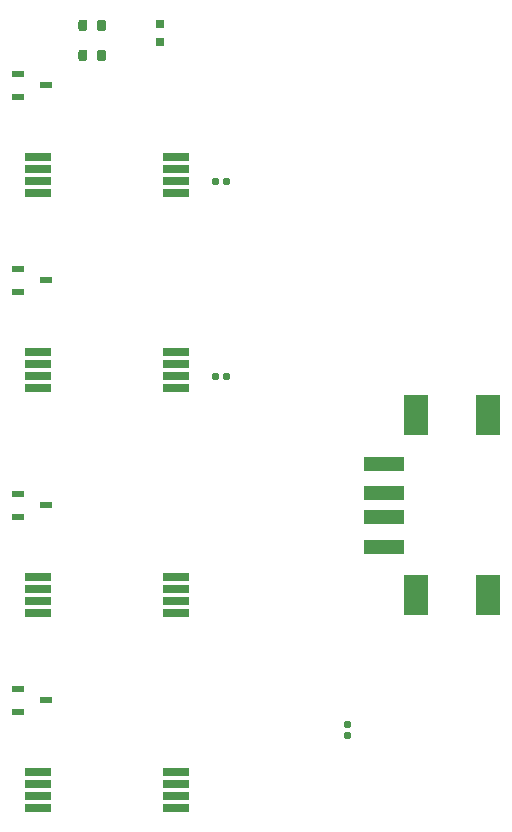
<source format=gbr>
G04 EAGLE Gerber RS-274X export*
G75*
%MOMM*%
%FSLAX34Y34*%
%LPD*%
%INSolderpaste Top*%
%IPPOS*%
%AMOC8*
5,1,8,0,0,1.08239X$1,22.5*%
G01*
%ADD10R,1.000000X0.600000*%
%ADD11R,3.500000X1.250000*%
%ADD12R,2.000000X3.500000*%
%ADD13R,2.200000X0.650000*%
%ADD14R,0.800000X0.800000*%
%ADD15C,0.377400*%
%ADD16C,0.301600*%

G36*
X263752Y757303D02*
X263752Y757303D01*
X263754Y757301D01*
X264051Y757324D01*
X264055Y757328D01*
X264059Y757325D01*
X264349Y757395D01*
X264352Y757400D01*
X264356Y757397D01*
X264632Y757511D01*
X264635Y757517D01*
X264639Y757515D01*
X264893Y757671D01*
X264895Y757676D01*
X264899Y757675D01*
X265126Y757868D01*
X265127Y757874D01*
X265132Y757874D01*
X265325Y758101D01*
X265325Y758107D01*
X265329Y758107D01*
X265485Y758361D01*
X265484Y758367D01*
X265489Y758368D01*
X265603Y758644D01*
X265601Y758650D01*
X265605Y758651D01*
X265675Y758941D01*
X265673Y758947D01*
X265676Y758949D01*
X265699Y759246D01*
X265697Y759249D01*
X265699Y759250D01*
X265676Y765047D01*
X265671Y765054D01*
X265675Y765059D01*
X265605Y765349D01*
X265600Y765352D01*
X265603Y765356D01*
X265489Y765632D01*
X265483Y765635D01*
X265485Y765639D01*
X265329Y765893D01*
X265324Y765895D01*
X265325Y765899D01*
X265132Y766126D01*
X265126Y766127D01*
X265126Y766132D01*
X264899Y766325D01*
X264893Y766325D01*
X264893Y766329D01*
X264639Y766485D01*
X264633Y766484D01*
X264632Y766489D01*
X264356Y766603D01*
X264350Y766601D01*
X264349Y766605D01*
X264059Y766675D01*
X264053Y766673D01*
X264051Y766676D01*
X263754Y766699D01*
X263751Y766698D01*
X263750Y766699D01*
X260150Y766699D01*
X260148Y766697D01*
X260146Y766699D01*
X259849Y766676D01*
X259845Y766672D01*
X259841Y766675D01*
X259551Y766605D01*
X259548Y766600D01*
X259544Y766603D01*
X259268Y766489D01*
X259265Y766483D01*
X259261Y766485D01*
X259007Y766329D01*
X259005Y766324D01*
X259001Y766325D01*
X258774Y766132D01*
X258773Y766126D01*
X258768Y766126D01*
X258575Y765899D01*
X258575Y765893D01*
X258571Y765893D01*
X258415Y765639D01*
X258416Y765633D01*
X258411Y765632D01*
X258297Y765356D01*
X258299Y765350D01*
X258295Y765349D01*
X258225Y765059D01*
X258228Y765053D01*
X258224Y765051D01*
X258201Y764754D01*
X258203Y764751D01*
X258201Y764750D01*
X258224Y758953D01*
X258229Y758946D01*
X258225Y758941D01*
X258295Y758651D01*
X258300Y758648D01*
X258297Y758644D01*
X258411Y758368D01*
X258417Y758365D01*
X258415Y758361D01*
X258571Y758107D01*
X258576Y758105D01*
X258575Y758101D01*
X258768Y757874D01*
X258774Y757873D01*
X258774Y757868D01*
X259001Y757675D01*
X259007Y757675D01*
X259007Y757671D01*
X259261Y757515D01*
X259267Y757516D01*
X259268Y757511D01*
X259544Y757397D01*
X259550Y757399D01*
X259551Y757395D01*
X259841Y757325D01*
X259847Y757328D01*
X259849Y757324D01*
X260146Y757301D01*
X260149Y757303D01*
X260150Y757301D01*
X263750Y757301D01*
X263752Y757303D01*
G37*
G36*
X247852Y757303D02*
X247852Y757303D01*
X247854Y757301D01*
X248151Y757324D01*
X248155Y757328D01*
X248159Y757325D01*
X248449Y757395D01*
X248452Y757400D01*
X248456Y757397D01*
X248732Y757511D01*
X248735Y757517D01*
X248739Y757515D01*
X248993Y757671D01*
X248995Y757676D01*
X248999Y757675D01*
X249226Y757868D01*
X249227Y757874D01*
X249232Y757874D01*
X249425Y758101D01*
X249425Y758107D01*
X249429Y758107D01*
X249585Y758361D01*
X249584Y758367D01*
X249589Y758368D01*
X249703Y758644D01*
X249701Y758650D01*
X249705Y758651D01*
X249775Y758941D01*
X249773Y758947D01*
X249776Y758949D01*
X249799Y759246D01*
X249797Y759249D01*
X249799Y759250D01*
X249776Y765047D01*
X249771Y765054D01*
X249775Y765059D01*
X249705Y765349D01*
X249700Y765352D01*
X249703Y765356D01*
X249589Y765632D01*
X249583Y765635D01*
X249585Y765639D01*
X249429Y765893D01*
X249424Y765895D01*
X249425Y765899D01*
X249232Y766126D01*
X249226Y766127D01*
X249226Y766132D01*
X248999Y766325D01*
X248993Y766325D01*
X248993Y766329D01*
X248739Y766485D01*
X248733Y766484D01*
X248732Y766489D01*
X248456Y766603D01*
X248450Y766601D01*
X248449Y766605D01*
X248159Y766675D01*
X248153Y766673D01*
X248151Y766676D01*
X247854Y766699D01*
X247851Y766698D01*
X247850Y766699D01*
X244250Y766699D01*
X244248Y766697D01*
X244246Y766699D01*
X243949Y766676D01*
X243945Y766672D01*
X243941Y766675D01*
X243651Y766605D01*
X243648Y766600D01*
X243644Y766603D01*
X243368Y766489D01*
X243365Y766483D01*
X243361Y766485D01*
X243107Y766329D01*
X243105Y766324D01*
X243101Y766325D01*
X242874Y766132D01*
X242873Y766126D01*
X242868Y766126D01*
X242675Y765899D01*
X242675Y765893D01*
X242671Y765893D01*
X242515Y765639D01*
X242516Y765633D01*
X242511Y765632D01*
X242397Y765356D01*
X242399Y765350D01*
X242395Y765349D01*
X242325Y765059D01*
X242328Y765053D01*
X242324Y765051D01*
X242301Y764754D01*
X242303Y764751D01*
X242301Y764750D01*
X242324Y758953D01*
X242329Y758946D01*
X242325Y758941D01*
X242395Y758651D01*
X242400Y758648D01*
X242397Y758644D01*
X242511Y758368D01*
X242517Y758365D01*
X242515Y758361D01*
X242671Y758107D01*
X242676Y758105D01*
X242675Y758101D01*
X242868Y757874D01*
X242874Y757873D01*
X242874Y757868D01*
X243101Y757675D01*
X243107Y757675D01*
X243107Y757671D01*
X243361Y757515D01*
X243367Y757516D01*
X243368Y757511D01*
X243644Y757397D01*
X243650Y757399D01*
X243651Y757395D01*
X243941Y757325D01*
X243947Y757328D01*
X243949Y757324D01*
X244246Y757301D01*
X244249Y757303D01*
X244250Y757301D01*
X247850Y757301D01*
X247852Y757303D01*
G37*
G36*
X263752Y731903D02*
X263752Y731903D01*
X263754Y731901D01*
X264051Y731924D01*
X264055Y731928D01*
X264059Y731925D01*
X264349Y731995D01*
X264352Y732000D01*
X264356Y731997D01*
X264632Y732111D01*
X264635Y732117D01*
X264639Y732115D01*
X264893Y732271D01*
X264895Y732276D01*
X264899Y732275D01*
X265126Y732468D01*
X265127Y732474D01*
X265132Y732474D01*
X265325Y732701D01*
X265325Y732707D01*
X265329Y732707D01*
X265485Y732961D01*
X265484Y732967D01*
X265489Y732968D01*
X265603Y733244D01*
X265601Y733250D01*
X265605Y733251D01*
X265675Y733541D01*
X265673Y733547D01*
X265676Y733549D01*
X265699Y733846D01*
X265697Y733849D01*
X265699Y733850D01*
X265676Y739647D01*
X265671Y739654D01*
X265675Y739659D01*
X265605Y739949D01*
X265600Y739952D01*
X265603Y739956D01*
X265489Y740232D01*
X265483Y740235D01*
X265485Y740239D01*
X265329Y740493D01*
X265324Y740495D01*
X265325Y740499D01*
X265132Y740726D01*
X265126Y740727D01*
X265126Y740732D01*
X264899Y740925D01*
X264893Y740925D01*
X264893Y740929D01*
X264639Y741085D01*
X264633Y741084D01*
X264632Y741089D01*
X264356Y741203D01*
X264350Y741201D01*
X264349Y741205D01*
X264059Y741275D01*
X264053Y741273D01*
X264051Y741276D01*
X263754Y741299D01*
X263751Y741298D01*
X263750Y741299D01*
X260150Y741299D01*
X260148Y741297D01*
X260146Y741299D01*
X259849Y741276D01*
X259845Y741272D01*
X259841Y741275D01*
X259551Y741205D01*
X259548Y741200D01*
X259544Y741203D01*
X259268Y741089D01*
X259265Y741083D01*
X259261Y741085D01*
X259007Y740929D01*
X259005Y740924D01*
X259001Y740925D01*
X258774Y740732D01*
X258773Y740726D01*
X258768Y740726D01*
X258575Y740499D01*
X258575Y740493D01*
X258571Y740493D01*
X258415Y740239D01*
X258416Y740233D01*
X258411Y740232D01*
X258297Y739956D01*
X258299Y739950D01*
X258295Y739949D01*
X258225Y739659D01*
X258228Y739653D01*
X258224Y739651D01*
X258201Y739354D01*
X258203Y739351D01*
X258201Y739350D01*
X258224Y733553D01*
X258229Y733546D01*
X258225Y733541D01*
X258295Y733251D01*
X258300Y733248D01*
X258297Y733244D01*
X258411Y732968D01*
X258417Y732965D01*
X258415Y732961D01*
X258571Y732707D01*
X258576Y732705D01*
X258575Y732701D01*
X258768Y732474D01*
X258774Y732473D01*
X258774Y732468D01*
X259001Y732275D01*
X259007Y732275D01*
X259007Y732271D01*
X259261Y732115D01*
X259267Y732116D01*
X259268Y732111D01*
X259544Y731997D01*
X259550Y731999D01*
X259551Y731995D01*
X259841Y731925D01*
X259847Y731928D01*
X259849Y731924D01*
X260146Y731901D01*
X260149Y731903D01*
X260150Y731901D01*
X263750Y731901D01*
X263752Y731903D01*
G37*
G36*
X247852Y731903D02*
X247852Y731903D01*
X247854Y731901D01*
X248151Y731924D01*
X248155Y731928D01*
X248159Y731925D01*
X248449Y731995D01*
X248452Y732000D01*
X248456Y731997D01*
X248732Y732111D01*
X248735Y732117D01*
X248739Y732115D01*
X248993Y732271D01*
X248995Y732276D01*
X248999Y732275D01*
X249226Y732468D01*
X249227Y732474D01*
X249232Y732474D01*
X249425Y732701D01*
X249425Y732707D01*
X249429Y732707D01*
X249585Y732961D01*
X249584Y732967D01*
X249589Y732968D01*
X249703Y733244D01*
X249701Y733250D01*
X249705Y733251D01*
X249775Y733541D01*
X249773Y733547D01*
X249776Y733549D01*
X249799Y733846D01*
X249797Y733849D01*
X249799Y733850D01*
X249776Y739647D01*
X249771Y739654D01*
X249775Y739659D01*
X249705Y739949D01*
X249700Y739952D01*
X249703Y739956D01*
X249589Y740232D01*
X249583Y740235D01*
X249585Y740239D01*
X249429Y740493D01*
X249424Y740495D01*
X249425Y740499D01*
X249232Y740726D01*
X249226Y740727D01*
X249226Y740732D01*
X248999Y740925D01*
X248993Y740925D01*
X248993Y740929D01*
X248739Y741085D01*
X248733Y741084D01*
X248732Y741089D01*
X248456Y741203D01*
X248450Y741201D01*
X248449Y741205D01*
X248159Y741275D01*
X248153Y741273D01*
X248151Y741276D01*
X247854Y741299D01*
X247851Y741298D01*
X247850Y741299D01*
X244250Y741299D01*
X244248Y741297D01*
X244246Y741299D01*
X243949Y741276D01*
X243945Y741272D01*
X243941Y741275D01*
X243651Y741205D01*
X243648Y741200D01*
X243644Y741203D01*
X243368Y741089D01*
X243365Y741083D01*
X243361Y741085D01*
X243107Y740929D01*
X243105Y740924D01*
X243101Y740925D01*
X242874Y740732D01*
X242873Y740726D01*
X242868Y740726D01*
X242675Y740499D01*
X242675Y740493D01*
X242671Y740493D01*
X242515Y740239D01*
X242516Y740233D01*
X242511Y740232D01*
X242397Y739956D01*
X242399Y739950D01*
X242395Y739949D01*
X242325Y739659D01*
X242328Y739653D01*
X242324Y739651D01*
X242301Y739354D01*
X242303Y739351D01*
X242301Y739350D01*
X242324Y733553D01*
X242329Y733546D01*
X242325Y733541D01*
X242395Y733251D01*
X242400Y733248D01*
X242397Y733244D01*
X242511Y732968D01*
X242517Y732965D01*
X242515Y732961D01*
X242671Y732707D01*
X242676Y732705D01*
X242675Y732701D01*
X242868Y732474D01*
X242874Y732473D01*
X242874Y732468D01*
X243101Y732275D01*
X243107Y732275D01*
X243107Y732271D01*
X243361Y732115D01*
X243367Y732116D01*
X243368Y732111D01*
X243644Y731997D01*
X243650Y731999D01*
X243651Y731995D01*
X243941Y731925D01*
X243947Y731928D01*
X243949Y731924D01*
X244246Y731901D01*
X244249Y731903D01*
X244250Y731901D01*
X247850Y731901D01*
X247852Y731903D01*
G37*
D10*
X191200Y720750D03*
X191200Y701650D03*
X215200Y711200D03*
X191200Y365150D03*
X191200Y346050D03*
X215200Y355600D03*
X191200Y200050D03*
X191200Y180950D03*
X215200Y190500D03*
X191200Y555650D03*
X191200Y536550D03*
X215200Y546100D03*
D11*
X501080Y320600D03*
D12*
X527880Y279350D03*
X527880Y431850D03*
X588880Y431850D03*
X588880Y279350D03*
D11*
X501080Y345600D03*
X501080Y365600D03*
X501080Y390600D03*
D13*
X208200Y650300D03*
X208200Y640100D03*
X208200Y629900D03*
X208200Y619700D03*
X325200Y619700D03*
X325200Y629900D03*
X325200Y640100D03*
X325200Y650300D03*
X208200Y294700D03*
X208200Y284500D03*
X208200Y274300D03*
X208200Y264100D03*
X325200Y264100D03*
X325200Y274300D03*
X325200Y284500D03*
X325200Y294700D03*
X208200Y129600D03*
X208200Y119400D03*
X208200Y109200D03*
X208200Y99000D03*
X325200Y99000D03*
X325200Y109200D03*
X325200Y119400D03*
X325200Y129600D03*
X208200Y485200D03*
X208200Y475000D03*
X208200Y464800D03*
X208200Y454600D03*
X325200Y454600D03*
X325200Y464800D03*
X325200Y475000D03*
X325200Y485200D03*
D14*
X311150Y763150D03*
X311150Y748150D03*
D15*
X247863Y764763D02*
X244237Y764763D01*
X247863Y764763D02*
X247863Y759237D01*
X244237Y759237D01*
X244237Y764763D01*
X244237Y762822D02*
X247863Y762822D01*
X260137Y759237D02*
X263763Y759237D01*
X260137Y759237D02*
X260137Y764763D01*
X263763Y764763D01*
X263763Y759237D01*
X263763Y762822D02*
X260137Y762822D01*
X247863Y739363D02*
X244237Y739363D01*
X247863Y739363D02*
X247863Y733837D01*
X244237Y733837D01*
X244237Y739363D01*
X244237Y737422D02*
X247863Y737422D01*
X260137Y733837D02*
X263763Y733837D01*
X260137Y733837D02*
X260137Y739363D01*
X263763Y739363D01*
X263763Y733837D01*
X263763Y737422D02*
X260137Y737422D01*
D16*
X471292Y171092D02*
X471292Y168308D01*
X468508Y168308D01*
X468508Y171092D01*
X471292Y171092D01*
X468508Y161892D02*
X468508Y159108D01*
X468508Y161892D02*
X471292Y161892D01*
X471292Y159108D01*
X468508Y159108D01*
X360012Y631312D02*
X357228Y631312D01*
X360012Y631312D02*
X360012Y628528D01*
X357228Y628528D01*
X357228Y631312D01*
X366428Y628528D02*
X369212Y628528D01*
X366428Y628528D02*
X366428Y631312D01*
X369212Y631312D01*
X369212Y628528D01*
X360012Y466212D02*
X357228Y466212D01*
X360012Y466212D02*
X360012Y463428D01*
X357228Y463428D01*
X357228Y466212D01*
X366428Y463428D02*
X369212Y463428D01*
X366428Y463428D02*
X366428Y466212D01*
X369212Y466212D01*
X369212Y463428D01*
M02*

</source>
